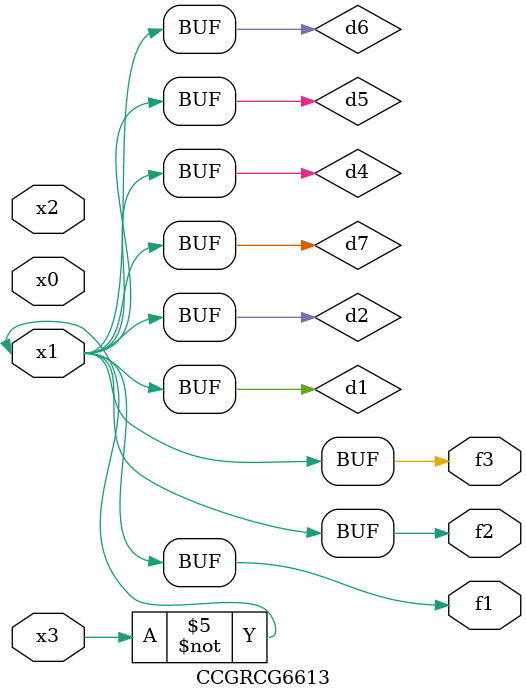
<source format=v>
module CCGRCG6613(
	input x0, x1, x2, x3,
	output f1, f2, f3
);

	wire d1, d2, d3, d4, d5, d6, d7;

	not (d1, x3);
	buf (d2, x1);
	xnor (d3, d1, d2);
	nor (d4, d1);
	buf (d5, d1, d2);
	buf (d6, d4, d5);
	nand (d7, d4);
	assign f1 = d6;
	assign f2 = d7;
	assign f3 = d6;
endmodule

</source>
